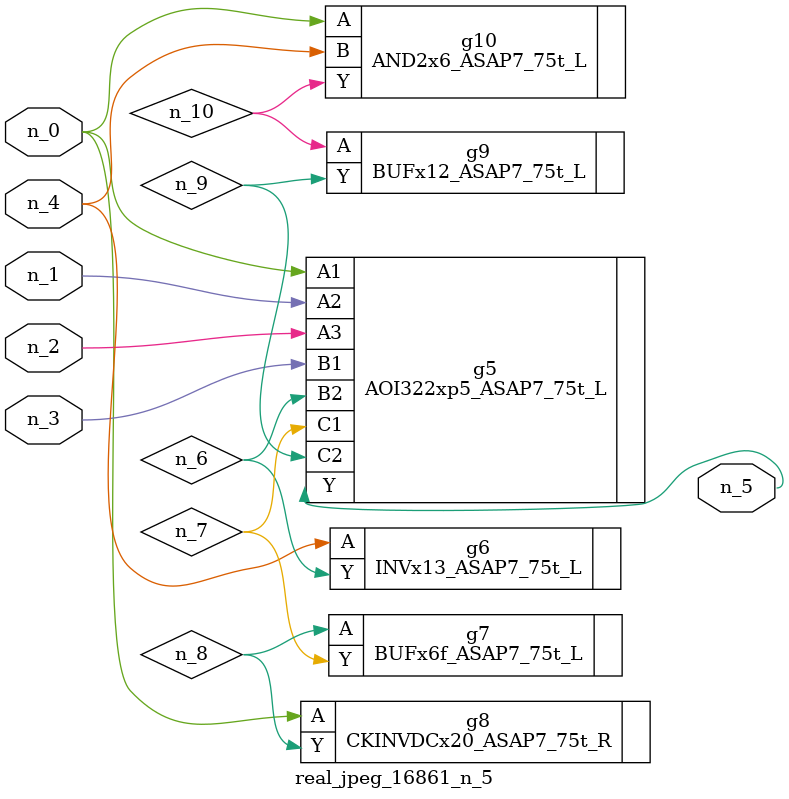
<source format=v>
module real_jpeg_16861_n_5 (n_4, n_0, n_1, n_2, n_3, n_5);

input n_4;
input n_0;
input n_1;
input n_2;
input n_3;

output n_5;

wire n_8;
wire n_6;
wire n_7;
wire n_10;
wire n_9;

AOI322xp5_ASAP7_75t_L g5 ( 
.A1(n_0),
.A2(n_1),
.A3(n_2),
.B1(n_3),
.B2(n_6),
.C1(n_7),
.C2(n_9),
.Y(n_5)
);

CKINVDCx20_ASAP7_75t_R g8 ( 
.A(n_0),
.Y(n_8)
);

AND2x6_ASAP7_75t_L g10 ( 
.A(n_0),
.B(n_4),
.Y(n_10)
);

INVx13_ASAP7_75t_L g6 ( 
.A(n_4),
.Y(n_6)
);

BUFx6f_ASAP7_75t_L g7 ( 
.A(n_8),
.Y(n_7)
);

BUFx12_ASAP7_75t_L g9 ( 
.A(n_10),
.Y(n_9)
);


endmodule
</source>
